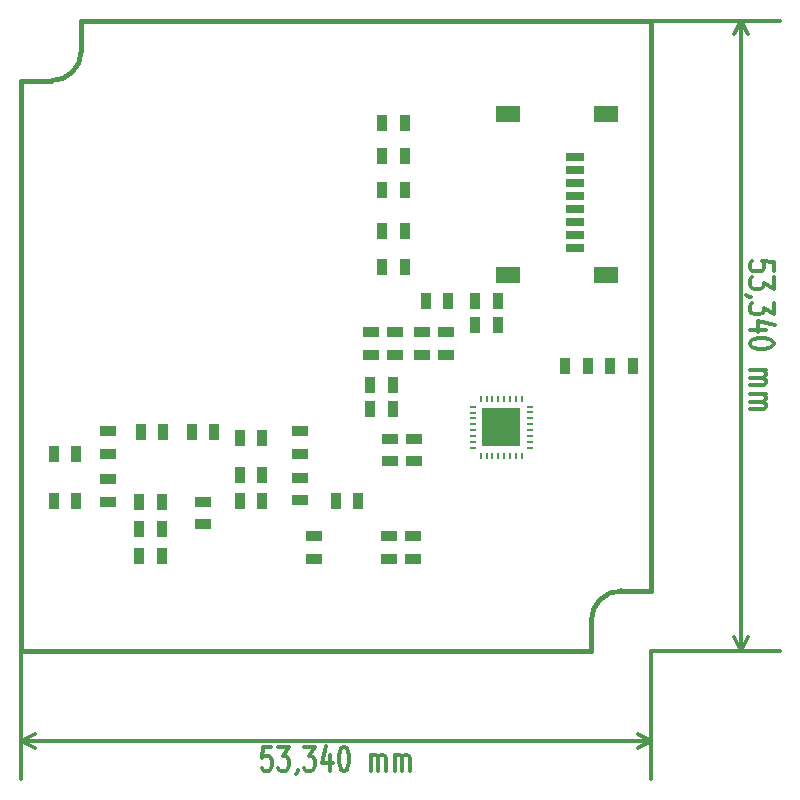
<source format=gtp>
G04 (created by PCBNEW (2013-mar-13)-testing) date Tue 30 Jul 2013 04:19:20 PM CEST*
%MOIN*%
G04 Gerber Fmt 3.4, Leading zero omitted, Abs format*
%FSLAX34Y34*%
G01*
G70*
G90*
G04 APERTURE LIST*
%ADD10C,0.005906*%
%ADD11C,0.015000*%
%ADD12C,0.012000*%
%ADD13R,0.078740X0.057087*%
%ADD14R,0.059055X0.031496*%
%ADD15R,0.023600X0.009800*%
%ADD16R,0.009800X0.023600*%
%ADD17R,0.129900X0.129900*%
%ADD18R,0.035000X0.055000*%
%ADD19R,0.055000X0.035000*%
G04 APERTURE END LIST*
G54D10*
G54D11*
X19000Y-40000D02*
X19000Y-21000D01*
X38000Y-40000D02*
X19000Y-40000D01*
X40000Y-19000D02*
X40000Y-38000D01*
X21000Y-19000D02*
X40000Y-19000D01*
X39000Y-38000D02*
X40000Y-38000D01*
X38000Y-39500D02*
X38000Y-40000D01*
X19500Y-21000D02*
X19000Y-21000D01*
X21000Y-19500D02*
X21000Y-19000D01*
X20000Y-21000D02*
X19500Y-21000D01*
X21000Y-20000D02*
X21000Y-19500D01*
X38000Y-39000D02*
X38000Y-39500D01*
X39000Y-38000D02*
G75*
G03X38000Y-39000I0J-1000D01*
G74*
G01*
X20000Y-21000D02*
G75*
G03X21000Y-20000I0J1000D01*
G74*
G01*
G54D12*
X44077Y-27328D02*
X44077Y-27042D01*
X43696Y-27014D01*
X43734Y-27042D01*
X43772Y-27099D01*
X43772Y-27242D01*
X43734Y-27299D01*
X43696Y-27328D01*
X43619Y-27357D01*
X43429Y-27357D01*
X43353Y-27328D01*
X43315Y-27299D01*
X43277Y-27242D01*
X43277Y-27099D01*
X43315Y-27042D01*
X43353Y-27014D01*
X44077Y-27557D02*
X44077Y-27928D01*
X43772Y-27728D01*
X43772Y-27814D01*
X43734Y-27871D01*
X43696Y-27899D01*
X43619Y-27928D01*
X43429Y-27928D01*
X43353Y-27899D01*
X43315Y-27871D01*
X43277Y-27814D01*
X43277Y-27642D01*
X43315Y-27585D01*
X43353Y-27557D01*
X43315Y-28214D02*
X43277Y-28214D01*
X43200Y-28185D01*
X43162Y-28157D01*
X44077Y-28414D02*
X44077Y-28785D01*
X43772Y-28585D01*
X43772Y-28671D01*
X43734Y-28728D01*
X43696Y-28757D01*
X43619Y-28785D01*
X43429Y-28785D01*
X43353Y-28757D01*
X43315Y-28728D01*
X43277Y-28671D01*
X43277Y-28500D01*
X43315Y-28442D01*
X43353Y-28414D01*
X43810Y-29300D02*
X43277Y-29300D01*
X44115Y-29157D02*
X43543Y-29014D01*
X43543Y-29385D01*
X44077Y-29728D02*
X44077Y-29785D01*
X44039Y-29842D01*
X44000Y-29871D01*
X43924Y-29900D01*
X43772Y-29928D01*
X43581Y-29928D01*
X43429Y-29900D01*
X43353Y-29871D01*
X43315Y-29842D01*
X43277Y-29785D01*
X43277Y-29728D01*
X43315Y-29671D01*
X43353Y-29642D01*
X43429Y-29614D01*
X43581Y-29585D01*
X43772Y-29585D01*
X43924Y-29614D01*
X44000Y-29642D01*
X44039Y-29671D01*
X44077Y-29728D01*
X43277Y-30642D02*
X43810Y-30642D01*
X43734Y-30642D02*
X43772Y-30671D01*
X43810Y-30728D01*
X43810Y-30814D01*
X43772Y-30871D01*
X43696Y-30900D01*
X43277Y-30900D01*
X43696Y-30900D02*
X43772Y-30928D01*
X43810Y-30985D01*
X43810Y-31071D01*
X43772Y-31128D01*
X43696Y-31157D01*
X43277Y-31157D01*
X43277Y-31442D02*
X43810Y-31442D01*
X43734Y-31442D02*
X43772Y-31471D01*
X43810Y-31528D01*
X43810Y-31614D01*
X43772Y-31671D01*
X43696Y-31700D01*
X43277Y-31700D01*
X43696Y-31700D02*
X43772Y-31728D01*
X43810Y-31785D01*
X43810Y-31871D01*
X43772Y-31928D01*
X43696Y-31957D01*
X43277Y-31957D01*
X42999Y-19000D02*
X42999Y-40000D01*
X40000Y-19000D02*
X44279Y-19000D01*
X40000Y-40000D02*
X44279Y-40000D01*
X42999Y-40000D02*
X42769Y-39557D01*
X42999Y-40000D02*
X43229Y-39557D01*
X42999Y-19000D02*
X42769Y-19443D01*
X42999Y-19000D02*
X43229Y-19443D01*
X27328Y-43200D02*
X27042Y-43200D01*
X27014Y-43581D01*
X27042Y-43543D01*
X27099Y-43505D01*
X27242Y-43505D01*
X27299Y-43543D01*
X27328Y-43581D01*
X27357Y-43658D01*
X27357Y-43848D01*
X27328Y-43924D01*
X27299Y-43962D01*
X27242Y-44000D01*
X27099Y-44000D01*
X27042Y-43962D01*
X27014Y-43924D01*
X27557Y-43200D02*
X27928Y-43200D01*
X27728Y-43505D01*
X27814Y-43505D01*
X27871Y-43543D01*
X27899Y-43581D01*
X27928Y-43658D01*
X27928Y-43848D01*
X27899Y-43924D01*
X27871Y-43962D01*
X27814Y-44000D01*
X27642Y-44000D01*
X27585Y-43962D01*
X27557Y-43924D01*
X28214Y-43962D02*
X28214Y-44000D01*
X28185Y-44077D01*
X28157Y-44115D01*
X28414Y-43200D02*
X28785Y-43200D01*
X28585Y-43505D01*
X28671Y-43505D01*
X28728Y-43543D01*
X28757Y-43581D01*
X28785Y-43658D01*
X28785Y-43848D01*
X28757Y-43924D01*
X28728Y-43962D01*
X28671Y-44000D01*
X28500Y-44000D01*
X28442Y-43962D01*
X28414Y-43924D01*
X29300Y-43467D02*
X29300Y-44000D01*
X29157Y-43162D02*
X29014Y-43734D01*
X29385Y-43734D01*
X29728Y-43200D02*
X29785Y-43200D01*
X29842Y-43239D01*
X29871Y-43277D01*
X29900Y-43353D01*
X29928Y-43505D01*
X29928Y-43696D01*
X29900Y-43848D01*
X29871Y-43924D01*
X29842Y-43962D01*
X29785Y-44000D01*
X29728Y-44000D01*
X29671Y-43962D01*
X29642Y-43924D01*
X29614Y-43848D01*
X29585Y-43696D01*
X29585Y-43505D01*
X29614Y-43353D01*
X29642Y-43277D01*
X29671Y-43239D01*
X29728Y-43200D01*
X30642Y-44000D02*
X30642Y-43467D01*
X30642Y-43543D02*
X30671Y-43505D01*
X30728Y-43467D01*
X30814Y-43467D01*
X30871Y-43505D01*
X30900Y-43581D01*
X30900Y-44000D01*
X30900Y-43581D02*
X30928Y-43505D01*
X30985Y-43467D01*
X31071Y-43467D01*
X31128Y-43505D01*
X31157Y-43581D01*
X31157Y-44000D01*
X31442Y-44000D02*
X31442Y-43467D01*
X31442Y-43543D02*
X31471Y-43505D01*
X31528Y-43467D01*
X31614Y-43467D01*
X31671Y-43505D01*
X31700Y-43581D01*
X31700Y-44000D01*
X31700Y-43581D02*
X31728Y-43505D01*
X31785Y-43467D01*
X31871Y-43467D01*
X31928Y-43505D01*
X31957Y-43581D01*
X31957Y-44000D01*
X19000Y-42999D02*
X40000Y-42999D01*
X19000Y-40000D02*
X19000Y-44279D01*
X40000Y-40000D02*
X40000Y-44279D01*
X40000Y-42999D02*
X39557Y-43229D01*
X40000Y-42999D02*
X39557Y-42769D01*
X19000Y-42999D02*
X19443Y-43229D01*
X19000Y-42999D02*
X19443Y-42769D01*
G54D13*
X35218Y-27477D03*
X35218Y-22122D03*
X38486Y-22122D03*
X38486Y-27477D03*
G54D14*
X37462Y-23540D03*
X37462Y-23973D03*
X37462Y-24406D03*
X37462Y-24839D03*
X37462Y-25272D03*
X37462Y-25705D03*
X37462Y-26138D03*
X37462Y-26571D03*
G54D15*
X34056Y-31862D03*
X34056Y-32059D03*
X34056Y-32256D03*
X34056Y-32453D03*
X34056Y-32649D03*
X34056Y-32846D03*
X34056Y-33043D03*
X34056Y-33240D03*
G54D16*
X35098Y-33496D03*
X35294Y-33496D03*
X35491Y-33496D03*
X35688Y-33496D03*
G54D17*
X35000Y-32550D03*
G54D16*
X34311Y-33496D03*
X34508Y-33496D03*
X34705Y-33496D03*
X34901Y-33496D03*
G54D15*
X35944Y-33238D03*
X35945Y-33041D03*
X35945Y-32845D03*
X35945Y-32648D03*
X35945Y-32451D03*
X35945Y-32254D03*
X35945Y-32057D03*
X35945Y-31860D03*
G54D16*
X35689Y-31605D03*
X35492Y-31605D03*
X35295Y-31605D03*
X35099Y-31605D03*
X34902Y-31605D03*
X34705Y-31605D03*
X34508Y-31605D03*
X34311Y-31605D03*
G54D18*
X20825Y-33450D03*
X20075Y-33450D03*
X26275Y-34150D03*
X27025Y-34150D03*
G54D19*
X25050Y-35025D03*
X25050Y-35775D03*
X28750Y-36175D03*
X28750Y-36925D03*
G54D18*
X23675Y-35950D03*
X22925Y-35950D03*
X23675Y-36850D03*
X22925Y-36850D03*
X22925Y-35050D03*
X23675Y-35050D03*
X20825Y-35000D03*
X20075Y-35000D03*
G54D19*
X21900Y-34275D03*
X21900Y-35025D03*
X28300Y-33425D03*
X28300Y-32675D03*
X21900Y-32675D03*
X21900Y-33425D03*
G54D18*
X31025Y-27200D03*
X31775Y-27200D03*
G54D19*
X32050Y-36175D03*
X32050Y-36925D03*
X31250Y-36175D03*
X31250Y-36925D03*
G54D18*
X31025Y-22400D03*
X31775Y-22400D03*
X31025Y-23500D03*
X31775Y-23500D03*
X31025Y-24650D03*
X31775Y-24650D03*
X31025Y-26000D03*
X31775Y-26000D03*
G54D19*
X30650Y-30125D03*
X30650Y-29375D03*
G54D18*
X38625Y-30500D03*
X39375Y-30500D03*
X37125Y-30500D03*
X37875Y-30500D03*
X32475Y-28350D03*
X33225Y-28350D03*
X34125Y-29150D03*
X34875Y-29150D03*
X34125Y-28350D03*
X34875Y-28350D03*
G54D19*
X32350Y-30125D03*
X32350Y-29375D03*
X33150Y-30125D03*
X33150Y-29375D03*
X31450Y-30125D03*
X31450Y-29375D03*
G54D18*
X31375Y-31150D03*
X30625Y-31150D03*
X31375Y-31950D03*
X30625Y-31950D03*
G54D19*
X32100Y-33675D03*
X32100Y-32925D03*
X31300Y-33675D03*
X31300Y-32925D03*
G54D18*
X29475Y-35000D03*
X30225Y-35000D03*
X26275Y-35000D03*
X27025Y-35000D03*
G54D19*
X28300Y-34975D03*
X28300Y-34225D03*
G54D18*
X27025Y-32900D03*
X26275Y-32900D03*
X23725Y-32700D03*
X22975Y-32700D03*
X24675Y-32700D03*
X25425Y-32700D03*
M02*

</source>
